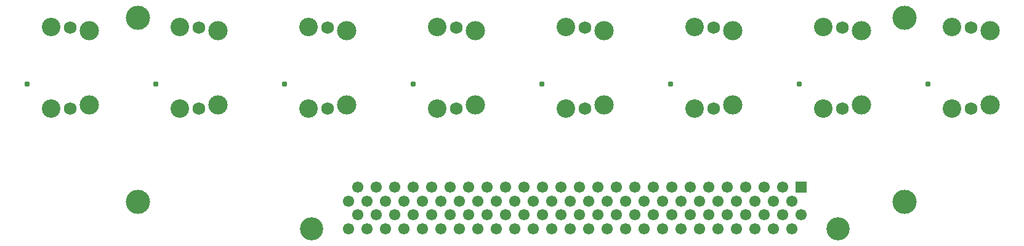
<source format=gbs>
%FSLAX25Y25*%
%MOIN*%
G70*
G01*
G75*
G04 Layer_Color=16711935*
%ADD10R,0.07874X0.01969*%
%ADD11C,0.01500*%
%ADD12C,0.06299*%
%ADD13C,0.12500*%
%ADD14C,0.05500*%
%ADD15R,0.05500X0.05500*%
%ADD16C,0.09843*%
%ADD17C,0.09449*%
%ADD18C,0.12000*%
%ADD19C,0.02500*%
%ADD20C,0.01000*%
%ADD21C,0.01378*%
%ADD22R,0.08474X0.02569*%
%ADD23C,0.06899*%
%ADD24C,0.13100*%
%ADD25C,0.06100*%
%ADD26R,0.06100X0.06100*%
%ADD27C,0.10443*%
%ADD28C,0.10049*%
%ADD29C,0.12600*%
%ADD30C,0.03100*%
D23*
X248248Y424890D02*
D03*
Y380795D02*
D03*
X317953D02*
D03*
Y424890D02*
D03*
X387650D02*
D03*
Y380795D02*
D03*
X457248D02*
D03*
Y424890D02*
D03*
X526953D02*
D03*
Y380795D02*
D03*
X596650D02*
D03*
Y424890D02*
D03*
X666248D02*
D03*
Y380795D02*
D03*
X735953D02*
D03*
Y424890D02*
D03*
D24*
X699984Y430038D02*
D03*
Y330038D02*
D03*
X284984D02*
D03*
Y429938D02*
D03*
D25*
X398987Y315500D02*
D03*
X408987D02*
D03*
X418987D02*
D03*
X428987D02*
D03*
X438987D02*
D03*
X403987Y323000D02*
D03*
X413987D02*
D03*
X423987D02*
D03*
X433987D02*
D03*
X443987D02*
D03*
X398987Y330500D02*
D03*
X408987D02*
D03*
X418987D02*
D03*
X428987D02*
D03*
X438987D02*
D03*
X448987D02*
D03*
X403987Y338000D02*
D03*
X413987D02*
D03*
X423987D02*
D03*
X433987D02*
D03*
X643987Y323000D02*
D03*
X633987D02*
D03*
X638987Y315500D02*
D03*
X633987Y338000D02*
D03*
X623987D02*
D03*
X613987D02*
D03*
X603987D02*
D03*
X593987D02*
D03*
X583987D02*
D03*
X573987D02*
D03*
X563987D02*
D03*
X553987D02*
D03*
X543987D02*
D03*
X533987D02*
D03*
X523987D02*
D03*
X513987D02*
D03*
X503987D02*
D03*
X493987D02*
D03*
X483987D02*
D03*
X473987D02*
D03*
X463987D02*
D03*
X453987D02*
D03*
X443987D02*
D03*
X638987Y330500D02*
D03*
X628987D02*
D03*
X618987D02*
D03*
X608987D02*
D03*
X598987D02*
D03*
X588987D02*
D03*
X578987D02*
D03*
X568987D02*
D03*
X558987D02*
D03*
X548987D02*
D03*
X538987D02*
D03*
X528987D02*
D03*
X518987D02*
D03*
X508987D02*
D03*
X498987D02*
D03*
X488987D02*
D03*
X478987D02*
D03*
X468987D02*
D03*
X458987D02*
D03*
X623987Y323000D02*
D03*
X613987D02*
D03*
X603987D02*
D03*
X593987D02*
D03*
X583987D02*
D03*
X573987D02*
D03*
X563987D02*
D03*
X553987D02*
D03*
X543987D02*
D03*
X533987D02*
D03*
X523987D02*
D03*
X513987D02*
D03*
X503987D02*
D03*
X493987D02*
D03*
X483987D02*
D03*
X473987D02*
D03*
X463987D02*
D03*
X453987D02*
D03*
X628987Y315500D02*
D03*
X618987D02*
D03*
X608987D02*
D03*
X598987D02*
D03*
X588987D02*
D03*
X578987D02*
D03*
X568987D02*
D03*
X558987D02*
D03*
X548987D02*
D03*
X538987D02*
D03*
X528987D02*
D03*
X518987D02*
D03*
X508987D02*
D03*
X498987D02*
D03*
X488987D02*
D03*
X478987D02*
D03*
X468987D02*
D03*
X458987D02*
D03*
X448987D02*
D03*
D26*
X643987Y338000D02*
D03*
D27*
X258484Y423118D02*
D03*
Y382567D02*
D03*
X328189D02*
D03*
Y423118D02*
D03*
X397886D02*
D03*
Y382567D02*
D03*
X467484D02*
D03*
Y423118D02*
D03*
X537189D02*
D03*
Y382567D02*
D03*
X606886D02*
D03*
Y423118D02*
D03*
X676484D02*
D03*
Y382567D02*
D03*
X746189D02*
D03*
Y423118D02*
D03*
D28*
X238012Y425087D02*
D03*
Y380598D02*
D03*
X307716D02*
D03*
Y425087D02*
D03*
X377413D02*
D03*
Y380598D02*
D03*
X447012D02*
D03*
Y425087D02*
D03*
X516716D02*
D03*
Y380598D02*
D03*
X586413D02*
D03*
Y425087D02*
D03*
X656012D02*
D03*
Y380598D02*
D03*
X725716D02*
D03*
Y425087D02*
D03*
D29*
X378987Y315550D02*
D03*
X663987D02*
D03*
D30*
X712700Y393900D02*
D03*
X643000Y394000D02*
D03*
X573400Y393900D02*
D03*
X503700Y394000D02*
D03*
X434000D02*
D03*
X364400D02*
D03*
X294700D02*
D03*
X225000D02*
D03*
M02*

</source>
